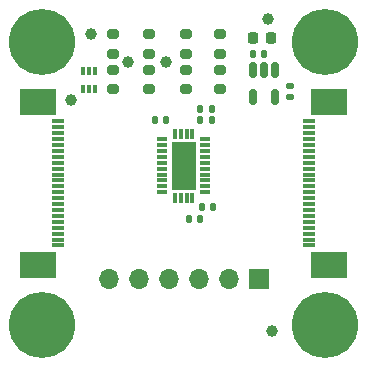
<source format=gbr>
%TF.GenerationSoftware,KiCad,Pcbnew,7.0.10*%
%TF.CreationDate,2024-03-24T13:51:38+01:00*%
%TF.ProjectId,CSI2-SPY-22-1A,43534932-2d53-4505-992d-32322d31412e,rev?*%
%TF.SameCoordinates,Original*%
%TF.FileFunction,Soldermask,Bot*%
%TF.FilePolarity,Negative*%
%FSLAX46Y46*%
G04 Gerber Fmt 4.6, Leading zero omitted, Abs format (unit mm)*
G04 Created by KiCad (PCBNEW 7.0.10) date 2024-03-24 13:51:38*
%MOMM*%
%LPD*%
G01*
G04 APERTURE LIST*
G04 Aperture macros list*
%AMRoundRect*
0 Rectangle with rounded corners*
0 $1 Rounding radius*
0 $2 $3 $4 $5 $6 $7 $8 $9 X,Y pos of 4 corners*
0 Add a 4 corners polygon primitive as box body*
4,1,4,$2,$3,$4,$5,$6,$7,$8,$9,$2,$3,0*
0 Add four circle primitives for the rounded corners*
1,1,$1+$1,$2,$3*
1,1,$1+$1,$4,$5*
1,1,$1+$1,$6,$7*
1,1,$1+$1,$8,$9*
0 Add four rect primitives between the rounded corners*
20,1,$1+$1,$2,$3,$4,$5,0*
20,1,$1+$1,$4,$5,$6,$7,0*
20,1,$1+$1,$6,$7,$8,$9,0*
20,1,$1+$1,$8,$9,$2,$3,0*%
G04 Aperture macros list end*
%ADD10R,1.700000X1.700000*%
%ADD11O,1.700000X1.700000*%
%ADD12C,5.600000*%
%ADD13C,1.000000*%
%ADD14RoundRect,0.200000X-0.275000X0.200000X-0.275000X-0.200000X0.275000X-0.200000X0.275000X0.200000X0*%
%ADD15RoundRect,0.140000X-0.140000X-0.170000X0.140000X-0.170000X0.140000X0.170000X-0.140000X0.170000X0*%
%ADD16RoundRect,0.225000X-0.225000X-0.250000X0.225000X-0.250000X0.225000X0.250000X-0.225000X0.250000X0*%
%ADD17R,0.850000X0.300000*%
%ADD18R,0.300000X0.850000*%
%ADD19R,2.100000X4.100000*%
%ADD20R,1.100000X0.300000*%
%ADD21R,3.100000X2.300000*%
%ADD22RoundRect,0.140000X0.140000X0.170000X-0.140000X0.170000X-0.140000X-0.170000X0.140000X-0.170000X0*%
%ADD23R,0.340000X0.700000*%
%ADD24RoundRect,0.150000X-0.150000X0.512500X-0.150000X-0.512500X0.150000X-0.512500X0.150000X0.512500X0*%
%ADD25RoundRect,0.140000X0.170000X-0.140000X0.170000X0.140000X-0.170000X0.140000X-0.170000X-0.140000X0*%
G04 APERTURE END LIST*
D10*
%TO.C,J3*%
X21425000Y-23075000D03*
D11*
X18885000Y-23075000D03*
X16345000Y-23075000D03*
X13805000Y-23075000D03*
X11265000Y-23075000D03*
X8725000Y-23075000D03*
%TD*%
D12*
%TO.C,H2*%
X3000000Y-27000000D03*
%TD*%
%TO.C,H1*%
X3000000Y-3000000D03*
%TD*%
%TO.C,H3*%
X27000000Y-27000000D03*
%TD*%
%TO.C,H4*%
X27000000Y-3000000D03*
%TD*%
D13*
%TO.C,TP1*%
X7175000Y-2375000D03*
%TD*%
D14*
%TO.C,R2*%
X18115000Y-5370000D03*
X18115000Y-7020000D03*
%TD*%
D15*
%TO.C,C2*%
X16430000Y-9640000D03*
X17390000Y-9640000D03*
%TD*%
D16*
%TO.C,C7*%
X20860000Y-2695000D03*
X22410000Y-2695000D03*
%TD*%
D17*
%TO.C,IC1*%
X16800000Y-11250000D03*
X16800000Y-11750000D03*
X16800000Y-12250000D03*
X16800000Y-12750000D03*
X16800000Y-13250000D03*
X16800000Y-13750000D03*
X16800000Y-14250000D03*
X16800000Y-14750000D03*
X16800000Y-15250000D03*
X16800000Y-15750000D03*
D18*
X15750000Y-16200000D03*
X15250000Y-16200000D03*
X14750000Y-16200000D03*
X14250000Y-16200000D03*
D17*
X13200000Y-15750000D03*
X13200000Y-15250000D03*
X13200000Y-14750000D03*
X13200000Y-14250000D03*
X13200000Y-13750000D03*
X13200000Y-13250000D03*
X13200000Y-12750000D03*
X13200000Y-12250000D03*
X13200000Y-11750000D03*
X13200000Y-11250000D03*
D18*
X14250000Y-10800000D03*
X14750000Y-10800000D03*
X15250000Y-10800000D03*
X15750000Y-10800000D03*
D19*
X15000000Y-13500000D03*
%TD*%
D20*
%TO.C,J4*%
X25650000Y-9750000D03*
X25650000Y-10250000D03*
X25650000Y-10750000D03*
X25650000Y-11250000D03*
X25650000Y-11750000D03*
X25650000Y-12250000D03*
X25650000Y-12750000D03*
X25650000Y-13250000D03*
X25650000Y-13750000D03*
X25650000Y-14250000D03*
X25650000Y-14750000D03*
X25650000Y-15250000D03*
X25650000Y-15750000D03*
X25650000Y-16250000D03*
X25650000Y-16750000D03*
X25650000Y-17250000D03*
X25650000Y-17750000D03*
X25650000Y-18250000D03*
X25650000Y-18750000D03*
X25650000Y-19250000D03*
X25650000Y-19750000D03*
X25650000Y-20250000D03*
D21*
X27350000Y-8080000D03*
X27350000Y-21920000D03*
%TD*%
D14*
%TO.C,R1*%
X18105000Y-2370000D03*
X18105000Y-4020000D03*
%TD*%
%TO.C,R8*%
X9025000Y-5370000D03*
X9025000Y-7020000D03*
%TD*%
D22*
%TO.C,C3*%
X13545000Y-9650000D03*
X12585000Y-9650000D03*
%TD*%
D14*
%TO.C,R6*%
X12105000Y-5370000D03*
X12105000Y-7020000D03*
%TD*%
D15*
%TO.C,C4*%
X15455000Y-18005000D03*
X16415000Y-18005000D03*
%TD*%
D13*
%TO.C,FID4*%
X22500000Y-27500000D03*
%TD*%
D20*
%TO.C,J5*%
X4350000Y-9750000D03*
X4350000Y-10250000D03*
X4350000Y-10750000D03*
X4350000Y-11250000D03*
X4350000Y-11750000D03*
X4350000Y-12250000D03*
X4350000Y-12750000D03*
X4350000Y-13250000D03*
X4350000Y-13750000D03*
X4350000Y-14250000D03*
X4350000Y-14750000D03*
X4350000Y-15250000D03*
X4350000Y-15750000D03*
X4350000Y-16250000D03*
X4350000Y-16750000D03*
X4350000Y-17250000D03*
X4350000Y-17750000D03*
X4350000Y-18250000D03*
X4350000Y-18750000D03*
X4350000Y-19250000D03*
X4350000Y-19750000D03*
X4350000Y-20250000D03*
D21*
X2650000Y-21920000D03*
X2650000Y-8080000D03*
%TD*%
D23*
%TO.C,Q1*%
X6475000Y-5475000D03*
X6975000Y-5475000D03*
X7475000Y-5475000D03*
X7475000Y-6975000D03*
X6975000Y-6975000D03*
X6475000Y-6975000D03*
%TD*%
D13*
%TO.C,FID3*%
X5500000Y-7945000D03*
%TD*%
D15*
%TO.C,C8*%
X16430000Y-8715000D03*
X17390000Y-8715000D03*
%TD*%
D14*
%TO.C,R7*%
X9015000Y-2370000D03*
X9015000Y-4020000D03*
%TD*%
D24*
%TO.C,U1*%
X20875000Y-5422500D03*
X21825000Y-5422500D03*
X22775000Y-5422500D03*
X22775000Y-7697500D03*
X20875000Y-7697500D03*
%TD*%
D13*
%TO.C,TP4*%
X22125000Y-1075000D03*
%TD*%
%TO.C,TP2*%
X13525000Y-4725000D03*
%TD*%
D15*
%TO.C,C6*%
X20855000Y-4025000D03*
X21815000Y-4025000D03*
%TD*%
D13*
%TO.C,TP3*%
X10325000Y-4725000D03*
%TD*%
D14*
%TO.C,R3*%
X15175000Y-2370000D03*
X15175000Y-4020000D03*
%TD*%
D25*
%TO.C,C5*%
X24015000Y-7695000D03*
X24015000Y-6735000D03*
%TD*%
D14*
%TO.C,R5*%
X12095000Y-2370000D03*
X12095000Y-4020000D03*
%TD*%
%TO.C,R4*%
X15185000Y-5370000D03*
X15185000Y-7020000D03*
%TD*%
D15*
%TO.C,C1*%
X16530000Y-17005000D03*
X17490000Y-17005000D03*
%TD*%
M02*

</source>
